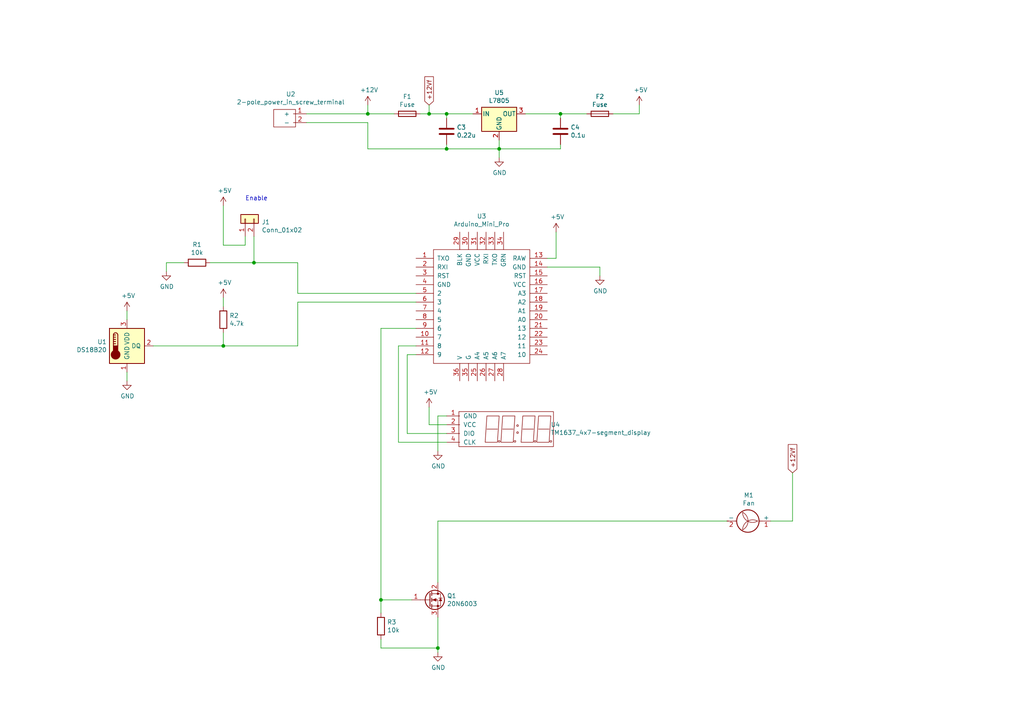
<source format=kicad_sch>
(kicad_sch (version 20211123) (generator eeschema)
  (paper "A4")
  (lib_symbols
    (symbol "Connector_Generic:Conn_01x02" (pin_names (offset 1.016) hide)
      (property "Reference" "J" (at 0 2.54 0))
      (property "Value" "Conn_01x02" (at 0 -5.08 0))
      (symbol "Conn_01x02_1_1"
        (rectangle (start -1.27 -2.413) (end 0 -2.667) (stroke (width 0.1524)))
        (rectangle (start -1.27 0.127) (end 0 -0.127) (stroke (width 0.1524)))
        (rectangle (start -1.27 1.27) (end 1.27 -3.81) (stroke (width 0.254)) (fill (type background)))
        (pin passive line (at -5.08 0 0) (length 3.81) (name "Pin_1") (number "1"))
        (pin passive line (at -5.08 -2.54 0) (length 3.81) (name "Pin_2") (number "2"))
      )
    )
    (symbol "Device:C" (pin_numbers hide) (pin_names (offset 0.254))
      (property "Reference" "C" (at 0.635 2.54 0))
      (property "Value" "C" (at 0.635 -2.54 0))
      (symbol "C_0_1"
        (polyline (pts (xy -2.032 -0.762) (xy 2.032 -0.762)) (stroke (width 0.508)))
        (polyline (pts (xy -2.032 0.762) (xy 2.032 0.762)) (stroke (width 0.508)))
      )
      (symbol "C_1_1"
        (pin passive line (at 0 3.81 270) (length 2.794) (name "~") (number "1"))
        (pin passive line (at 0 -3.81 90) (length 2.794) (name "~") (number "2"))
      )
    )
    (symbol "Device:Fuse" (pin_numbers hide) (pin_names (offset 0))
      (property "Reference" "F" (at 2.032 0 90))
      (property "Value" "Fuse" (at -1.905 0 90))
      (symbol "Fuse_0_1"
        (rectangle (start -0.762 -2.54) (end 0.762 2.54) (stroke (width 0.254)))
        (polyline (pts (xy 0 2.54) (xy 0 -2.54)))
      )
      (symbol "Fuse_1_1"
        (pin passive line (at 0 3.81 270) (length 1.27) (name "~") (number "1"))
        (pin passive line (at 0 -3.81 90) (length 1.27) (name "~") (number "2"))
      )
    )
    (symbol "Device:R" (pin_numbers hide) (pin_names (offset 0))
      (property "Reference" "R" (at 2.032 0 90))
      (property "Value" "R" (at 0 0 90))
      (symbol "R_0_1"
        (rectangle (start -1.016 -2.54) (end 1.016 2.54) (stroke (width 0.254)))
      )
      (symbol "R_1_1"
        (pin passive line (at 0 3.81 270) (length 1.27) (name "~") (number "1"))
        (pin passive line (at 0 -3.81 90) (length 1.27) (name "~") (number "2"))
      )
    )
    (symbol "Motor:Fan" (pin_names (offset 0))
      (property "Reference" "M" (at 2.54 5.08 0))
      (property "Value" "Fan" (at 2.54 -2.54 0))
      (symbol "Fan_0_1"
        (arc (start -2.54 -0.508) (mid 0.0028 0.9121) (end 0 3.81))
        (polyline (pts (xy 0 -5.08) (xy 0 -4.572)))
        (polyline (pts (xy 0 -2.2352) (xy 0 -2.6416)))
        (polyline (pts (xy 0 4.2672) (xy 0 4.6228)))
        (polyline (pts (xy 0 4.572) (xy 0 5.08)))
        (circle (center 0 1.016) (radius 3.2512) (stroke (width 0.254)))
        (arc (start 0 3.81) (mid 0.053 0.921) (end 2.54 -0.508))
        (arc (start 2.54 -0.508) (mid 0 1.0618) (end -2.54 -0.508))
      )
      (symbol "Fan_1_1"
        (pin passive line (at 0 7.62 270) (length 2.54) (name "+") (number "1"))
        (pin passive line (at 0 -5.08 90) (length 2.54) (name "-") (number "2"))
      )
    )
    (symbol "My_Arduino:Arduino_Mini_Pro" (pin_names (offset 1.016))
      (property "Reference" "U" (at 6.35 3.81 0))
      (property "Value" "Arduino_Mini_Pro" (at 1.27 7.62 0))
      (symbol "Arduino_Mini_Pro_0_1"
        (rectangle (start 5.08 2.54) (end 33.02 -30.48))
      )
      (symbol "Arduino_Mini_Pro_1_1"
        (pin output line (at 0 0 0) (length 5.08) (name "TXO") (number "1"))
        (pin bidirectional line (at 0 -22.86 0) (length 5.08) (name "7") (number "10"))
        (pin bidirectional line (at 0 -25.4 0) (length 5.08) (name "8") (number "11"))
        (pin bidirectional line (at 0 -27.94 0) (length 5.08) (name "9") (number "12"))
        (pin power_in line (at 38.1 0 180) (length 5.08) (name "RAW") (number "13"))
        (pin power_in line (at 38.1 -2.54 180) (length 5.08) (name "GND") (number "14"))
        (pin input line (at 38.1 -5.08 180) (length 5.08) (name "RST") (number "15"))
        (pin power_out line (at 38.1 -7.62 180) (length 5.08) (name "VCC") (number "16"))
        (pin bidirectional line (at 38.1 -10.16 180) (length 5.08) (name "A3") (number "17"))
        (pin bidirectional line (at 38.1 -12.7 180) (length 5.08) (name "A2") (number "18"))
        (pin bidirectional line (at 38.1 -15.24 180) (length 5.08) (name "A1") (number "19"))
        (pin input line (at 0 -2.54 0) (length 5.08) (name "RXI") (number "2"))
        (pin bidirectional line (at 38.1 -17.78 180) (length 5.08) (name "A0") (number "20"))
        (pin bidirectional line (at 38.1 -20.32 180) (length 5.08) (name "13") (number "21"))
        (pin bidirectional line (at 38.1 -22.86 180) (length 5.08) (name "12") (number "22"))
        (pin bidirectional line (at 38.1 -25.4 180) (length 5.08) (name "11") (number "23"))
        (pin bidirectional line (at 38.1 -27.94 180) (length 5.08) (name "10") (number "24"))
        (pin bidirectional line (at 17.78 -35.56 90) (length 5.08) (name "A4") (number "25"))
        (pin bidirectional line (at 20.32 -35.56 90) (length 5.08) (name "A5") (number "26"))
        (pin bidirectional line (at 22.86 -35.56 90) (length 5.08) (name "A6") (number "27"))
        (pin bidirectional line (at 25.4 -35.56 90) (length 5.08) (name "A7") (number "28"))
        (pin input line (at 12.7 7.62 270) (length 5.08) (name "BLK") (number "29"))
        (pin input line (at 0 -5.08 0) (length 5.08) (name "RST") (number "3"))
        (pin passive line (at 15.24 7.62 270) (length 5.08) (name "GND") (number "30"))
        (pin power_in line (at 17.78 7.62 270) (length 5.08) (name "VCC") (number "31"))
        (pin input line (at 20.32 7.62 270) (length 5.08) (name "RXI") (number "32"))
        (pin output line (at 22.86 7.62 270) (length 5.08) (name "TXO") (number "33"))
        (pin input line (at 25.4 7.62 270) (length 5.08) (name "GRN") (number "34"))
        (pin passive line (at 15.24 -35.56 90) (length 5.08) (name "G") (number "35"))
        (pin power_out line (at 12.7 -35.56 90) (length 5.08) (name "V") (number "36"))
        (pin passive line (at 0 -7.62 0) (length 5.08) (name "GND") (number "4"))
        (pin bidirectional line (at 0 -10.16 0) (length 5.08) (name "2") (number "5"))
        (pin bidirectional line (at 0 -12.7 0) (length 5.08) (name "3") (number "6"))
        (pin bidirectional line (at 0 -15.24 0) (length 5.08) (name "4") (number "7"))
        (pin bidirectional line (at 0 -17.78 0) (length 5.08) (name "5") (number "8"))
        (pin bidirectional line (at 0 -20.32 0) (length 5.08) (name "6") (number "9"))
      )
    )
    (symbol "My_Parts:2-pole_power_in_screw_terminal" (pin_names (offset 1.016))
      (property "Reference" "U" (at 4.445 3.175 0))
      (property "Value" "2-pole_power_in_screw_terminal" (at 6.35 -5.715 0))
      (symbol "2-pole_power_in_screw_terminal_0_1"
        (rectangle (start 3.175 1.27) (end 9.525 -3.81))
      )
      (symbol "2-pole_power_in_screw_terminal_1_1"
        (pin power_in line (at 0 0 0) (length 3.81) (name "+") (number "1"))
        (pin power_in line (at 0 -2.54 0) (length 3.81) (name "-") (number "2"))
      )
    )
    (symbol "My_Parts:20N6003" (pin_names hide)
      (property "Reference" "Q" (at 5.08 1.905 0))
      (property "Value" "20N6003" (at 5.08 0 0))
      (symbol "20N6003_0_1"
        (polyline (pts (xy 0.254 0) (xy -2.54 0)))
        (polyline (pts (xy 0.254 1.905) (xy 0.254 -1.905)) (stroke (width 0.254)))
        (polyline (pts (xy 0.762 -1.27) (xy 0.762 -2.286)) (stroke (width 0.254)))
        (polyline (pts (xy 0.762 0.508) (xy 0.762 -0.508)) (stroke (width 0.254)))
        (polyline (pts (xy 0.762 2.286) (xy 0.762 1.27)) (stroke (width 0.254)))
        (polyline (pts (xy 2.54 2.54) (xy 2.54 1.778)))
        (polyline (pts (xy 2.794 0.508) (xy 3.81 0.508)))
        (polyline (pts (xy 3.048 -0.254) (xy 3.302 0)))
        (polyline (pts (xy 3.048 -0.254) (xy 3.556 -0.254)))
        (polyline (pts (xy 3.048 -0.254) (xy 3.556 -0.254)))
        (polyline (pts (xy 3.048 0) (xy 3.556 0)))
        (polyline (pts (xy 3.556 -0.254) (xy 3.302 0)))
        (polyline (pts (xy 2.54 -2.54) (xy 2.54 0) (xy 0.762 0)))
        (polyline (pts (xy 3.556 0) (xy 3.302 -0.254) (xy 3.048 -0.254)))
        (polyline (pts (xy 0.762 -1.778) (xy 3.302 -1.778) (xy 3.302 1.778) (xy 0.762 1.778)))
        (polyline (pts (xy 1.016 0) (xy 2.032 0.381) (xy 2.032 -0.381) (xy 1.016 0)) (fill (type outline)))
        (polyline (pts (xy 3.302 0.381) (xy 2.921 -0.254) (xy 3.683 -0.254) (xy 3.302 0.381)))
        (circle (center 1.651 0) (radius 2.794) (stroke (width 0.254)))
        (circle (center 2.54 -1.778) (radius 0.254) (fill (type outline)))
        (circle (center 2.54 1.778) (radius 0.254) (fill (type outline)))
      )
      (symbol "20N6003_1_1"
        (pin input line (at -5.08 0 0) (length 2.54) (name "G") (number "1"))
        (pin passive line (at 2.54 5.08 270) (length 2.54) (name "D") (number "2"))
        (pin passive line (at 2.54 -5.08 90) (length 2.54) (name "S") (number "3"))
      )
    )
    (symbol "My_Parts:TM1637_4x7-segment_display" (pin_names (offset 1.016))
      (property "Reference" "U" (at 4.572 2.54 0))
      (property "Value" "TM1637_4x7-segment_display" (at 15.494 -10.668 0))
      (symbol "TM1637_4x7-segment_display_0_1"
        (polyline (pts (xy 11.684 -3.81) (xy 14.732 -3.81)))
        (polyline (pts (xy 11.684 0) (xy 11.176 -7.62) (xy 14.732 -7.62) (xy 15.24 0) (xy 11.684 0)))
        (rectangle (start 3.556 1.27) (end 30.988 -8.89))
        (circle (center 15.24 -7.366) (radius 0.254))
        (circle (center 20.574 -4.826) (radius 0.254))
        (circle (center 20.574 -2.794) (radius 0.254))
      )
      (symbol "TM1637_4x7-segment_display_1_1"
        (polyline (pts (xy 16.256 -3.81) (xy 19.304 -3.81)))
        (polyline (pts (xy 22.098 -3.81) (xy 25.146 -3.81)))
        (polyline (pts (xy 26.67 -3.81) (xy 29.718 -3.81)))
        (polyline (pts (xy 16.256 0) (xy 15.748 -7.62) (xy 19.304 -7.62) (xy 19.812 0) (xy 16.256 0)))
        (polyline (pts (xy 22.098 0) (xy 21.59 -7.62) (xy 25.146 -7.62) (xy 25.654 0) (xy 22.098 0)))
        (polyline (pts (xy 26.67 0) (xy 26.162 -7.62) (xy 29.718 -7.62) (xy 30.226 0) (xy 26.67 0)))
        (circle (center 19.812 -7.366) (radius 0.254))
        (circle (center 25.654 -7.366) (radius 0.254))
        (circle (center 30.226 -7.366) (radius 0.254))
        (pin input line (at 0 0 0) (length 3.81) (name "GND") (number "1"))
        (pin input line (at 0 -2.54 0) (length 3.81) (name "VCC") (number "2"))
        (pin power_in line (at 0 -5.08 0) (length 3.81) (name "DIO") (number "3"))
        (pin power_in line (at 0 -7.62 0) (length 3.81) (name "CLK") (number "4"))
      )
    )
    (symbol "Regulator_Linear:L7805" (pin_names (offset 0.254))
      (property "Reference" "U" (at -3.81 3.175 0))
      (property "Value" "L7805" (at 0 3.175 0))
      (symbol "L7805_0_1"
        (rectangle (start -5.08 1.905) (end 5.08 -5.08) (stroke (width 0.254)) (fill (type background)))
      )
      (symbol "L7805_1_1"
        (pin power_in line (at -7.62 0 0) (length 2.54) (name "IN") (number "1"))
        (pin power_in line (at 0 -7.62 90) (length 2.54) (name "GND") (number "2"))
        (pin power_out line (at 7.62 0 180) (length 2.54) (name "OUT") (number "3"))
      )
    )
    (symbol "Sensor_Temperature:DS18B20" (pin_names (offset 1.016))
      (property "Reference" "U" (at -3.81 6.35 0))
      (property "Value" "DS18B20" (at 6.35 6.35 0))
      (symbol "DS18B20_0_1"
        (rectangle (start -5.08 5.08) (end 5.08 -5.08) (stroke (width 0.254)) (fill (type background)))
        (circle (center -3.302 -2.54) (radius 1.27) (stroke (width 0.254)) (fill (type outline)))
        (rectangle (start -2.667 -1.905) (end -3.937 0) (stroke (width 0.254)) (fill (type outline)))
        (arc (start -2.667 3.175) (mid -3.302 3.81) (end -3.937 3.175) (stroke (width 0.254)))
        (polyline (pts (xy -3.937 0.635) (xy -3.302 0.635)) (stroke (width 0.254)))
        (polyline (pts (xy -3.937 1.27) (xy -3.302 1.27)) (stroke (width 0.254)))
        (polyline (pts (xy -3.937 1.905) (xy -3.302 1.905)) (stroke (width 0.254)))
        (polyline (pts (xy -3.937 2.54) (xy -3.302 2.54)) (stroke (width 0.254)))
        (polyline (pts (xy -3.937 3.175) (xy -3.937 0)) (stroke (width 0.254)))
        (polyline (pts (xy -3.937 3.175) (xy -3.302 3.175)) (stroke (width 0.254)))
        (polyline (pts (xy -2.667 3.175) (xy -2.667 0)) (stroke (width 0.254)))
      )
      (symbol "DS18B20_1_1"
        (pin power_in line (at 0 -7.62 90) (length 2.54) (name "GND") (number "1"))
        (pin bidirectional line (at 7.62 0 180) (length 2.54) (name "DQ") (number "2"))
        (pin power_in line (at 0 7.62 270) (length 2.54) (name "VDD") (number "3"))
      )
    )
    (symbol "power:+12V" (power) (pin_names (offset 0))
      (property "Value" "+12V" (at 0 3.556 0))
      (symbol "+12V_0_1"
        (polyline (pts (xy -0.762 1.27) (xy 0 2.54)))
        (polyline (pts (xy 0 0) (xy 0 2.54)))
        (polyline (pts (xy 0 2.54) (xy 0.762 1.27)))
      )
      (symbol "+12V_1_1"
        (pin power_in line (at 0 0 90) (length 0) hide (name "+12V") (number "1"))
      )
    )
    (symbol "power:+5V" (power) (pin_names (offset 0))
      (property "Value" "+5V" (at 0 3.556 0))
      (symbol "+5V_0_1"
        (polyline (pts (xy -0.762 1.27) (xy 0 2.54)))
        (polyline (pts (xy 0 0) (xy 0 2.54)))
        (polyline (pts (xy 0 2.54) (xy 0.762 1.27)))
      )
      (symbol "+5V_1_1"
        (pin power_in line (at 0 0 90) (length 0) hide (name "+5V") (number "1"))
      )
    )
    (symbol "power:GND" (power) (pin_names (offset 0))
      (property "Value" "GND" (at 0 -3.81 0))
      (symbol "GND_0_1"
        (polyline (pts (xy 0 0) (xy 0 -1.27) (xy 1.27 -1.27) (xy 0 -2.54) (xy -1.27 -1.27) (xy 0 -1.27)))
      )
      (symbol "GND_1_1"
        (pin power_in line (at 0 0 270) (length 0) hide (name "GND") (number "1"))
      )
    )
  )
  (junction (at 129.54 33.02))
  (junction (at 73.66 76.2))
  (junction (at 64.77 100.33))
  (junction (at 110.49 173.99))
  (junction (at 106.68 33.02))
  (junction (at 129.54 43.18))
  (junction (at 144.78 43.18))
  (junction (at 124.46 33.02))
  (junction (at 127 187.96))
  (junction (at 162.56 33.02))
  (wire (pts (xy 144.78 43.18) (xy 144.78 45.72)))
  (wire (pts (xy 170.18 33.02) (xy 162.56 33.02)))
  (wire (pts (xy 229.87 151.13) (xy 229.87 137.16)))
  (wire (pts (xy 64.77 96.52) (xy 64.77 100.33)))
  (wire (pts (xy 162.56 33.02) (xy 162.56 34.29)))
  (wire (pts (xy 173.99 77.47) (xy 173.99 80.01)))
  (wire (pts (xy 86.36 76.2) (xy 73.66 76.2)))
  (wire (pts (xy 129.54 120.65) (xy 127 120.65)))
  (wire (pts (xy 127 120.65) (xy 127 130.81)))
  (wire (pts (xy 144.78 43.18) (xy 129.54 43.18)))
  (wire (pts (xy 110.49 95.25) (xy 120.65 95.25)))
  (wire (pts (xy 64.77 100.33) (xy 44.45 100.33)))
  (wire (pts (xy 152.4 33.02) (xy 162.56 33.02)))
  (wire (pts (xy 86.36 87.63) (xy 86.36 100.33)))
  (wire (pts (xy 110.49 173.99) (xy 110.49 95.25)))
  (wire (pts (xy 114.3 33.02) (xy 106.68 33.02)))
  (wire (pts (xy 185.42 33.02) (xy 185.42 30.48)))
  (wire (pts (xy 185.42 33.02) (xy 177.8 33.02)))
  (wire (pts (xy 118.11 125.73) (xy 118.11 102.87)))
  (wire (pts (xy 110.49 187.96) (xy 127 187.96)))
  (wire (pts (xy 162.56 43.18) (xy 162.56 41.91)))
  (wire (pts (xy 129.54 128.27) (xy 115.57 128.27)))
  (wire (pts (xy 36.83 92.71) (xy 36.83 90.17)))
  (wire (pts (xy 48.26 76.2) (xy 53.34 76.2)))
  (wire (pts (xy 129.54 41.91) (xy 129.54 43.18)))
  (wire (pts (xy 127 151.13) (xy 210.82 151.13)))
  (wire (pts (xy 144.78 43.18) (xy 162.56 43.18)))
  (wire (pts (xy 115.57 100.33) (xy 120.65 100.33)))
  (wire (pts (xy 127 168.91) (xy 127 151.13)))
  (wire (pts (xy 86.36 85.09) (xy 86.36 76.2)))
  (wire (pts (xy 129.54 34.29) (xy 129.54 33.02)))
  (wire (pts (xy 120.65 87.63) (xy 86.36 87.63)))
  (wire (pts (xy 127 179.07) (xy 127 187.96)))
  (wire (pts (xy 161.29 74.93) (xy 161.29 67.31)))
  (wire (pts (xy 86.36 100.33) (xy 64.77 100.33)))
  (wire (pts (xy 118.11 102.87) (xy 120.65 102.87)))
  (wire (pts (xy 71.12 71.12) (xy 64.77 71.12)))
  (wire (pts (xy 106.68 35.56) (xy 88.9 35.56)))
  (wire (pts (xy 106.68 33.02) (xy 106.68 30.48)))
  (wire (pts (xy 106.68 43.18) (xy 106.68 35.56)))
  (wire (pts (xy 158.75 74.93) (xy 161.29 74.93)))
  (wire (pts (xy 124.46 123.19) (xy 124.46 118.11)))
  (wire (pts (xy 144.78 40.64) (xy 144.78 43.18)))
  (wire (pts (xy 124.46 33.02) (xy 121.92 33.02)))
  (wire (pts (xy 129.54 43.18) (xy 106.68 43.18)))
  (wire (pts (xy 110.49 173.99) (xy 110.49 177.8)))
  (wire (pts (xy 36.83 107.95) (xy 36.83 110.49)))
  (wire (pts (xy 129.54 123.19) (xy 124.46 123.19)))
  (wire (pts (xy 158.75 77.47) (xy 173.99 77.47)))
  (wire (pts (xy 127 187.96) (xy 127 189.23)))
  (wire (pts (xy 64.77 71.12) (xy 64.77 59.69)))
  (wire (pts (xy 137.16 33.02) (xy 129.54 33.02)))
  (wire (pts (xy 119.38 173.99) (xy 110.49 173.99)))
  (wire (pts (xy 120.65 85.09) (xy 86.36 85.09)))
  (wire (pts (xy 118.11 125.73) (xy 129.54 125.73)))
  (wire (pts (xy 129.54 33.02) (xy 124.46 33.02)))
  (wire (pts (xy 110.49 185.42) (xy 110.49 187.96)))
  (wire (pts (xy 48.26 76.2) (xy 48.26 78.74)))
  (wire (pts (xy 64.77 88.9) (xy 64.77 86.36)))
  (wire (pts (xy 106.68 33.02) (xy 88.9 33.02)))
  (wire (pts (xy 71.12 68.58) (xy 71.12 71.12)))
  (wire (pts (xy 73.66 76.2) (xy 60.96 76.2)))
  (wire (pts (xy 115.57 128.27) (xy 115.57 100.33)))
  (wire (pts (xy 124.46 33.02) (xy 124.46 30.48)))
  (wire (pts (xy 73.66 76.2) (xy 73.66 68.58)))
  (wire (pts (xy 229.87 151.13) (xy 223.52 151.13)))
  (text "Enable" (at 71.12 58.42 0) (effects (font (size 1.27 1.27)) (justify left bottom)))
  (global_label "+12Vf" (shape input) (at 229.87 137.16 90) (property "Intersheet References" "${INTERSHEET_REFS}" (effects hide)))
  (global_label "+12Vf" (shape input) (at 124.46 30.48 90) (property "Intersheet References" "${INTERSHEET_REFS}" (effects hide)))
  (symbol (lib_id "My_Arduino:Arduino_Mini_Pro") (at 120.65 74.93 0) (unit 1)
    (property "Reference" "U3" (at 139.7 62.7126 0))
    (property "Value" "Arduino_Mini_Pro" (at 139.7 65.024 0))
    (property "Footprint" "My_Arduino:Arduino_Pro_Mini_vC_larger_pads" (effects hide))
  )
  (symbol (lib_id "Regulator_Linear:L7805") (at 144.78 33.02 0) (unit 1)
    (property "Reference" "U5" (at 144.78 26.8732 0))
    (property "Value" "L7805" (at 144.78 29.1846 0))
    (property "Footprint" "My_Parts:LM7805_TO-220-3_Vertical_larger" (effects hide))
    (property "Datasheet" "http://www.st.com/content/ccc/resource/technical/document/datasheet/41/4f/b3/b0/12/d4/47/88/CD00000444.pdf/files/CD00000444.pdf/jcr:content/translations/en.CD00000444.pdf" (effects hide))
  )
  (symbol (lib_id "power:+12V") (at 106.68 30.48 0) (unit 1)
    (property "Reference" "#PWR05" (effects hide))
    (property "Value" "+12V" (at 107.061 26.0858 0))
  )
  (symbol (lib_id "power:GND") (at 144.78 45.72 0) (unit 1)
    (property "Reference" "#PWR09" (effects hide))
    (property "Value" "GND" (at 144.907 50.1142 0))
  )
  (symbol (lib_id "Device:C") (at 129.54 38.1 0) (unit 1)
    (property "Reference" "C3" (at 132.461 36.9316 0) (effects (justify left)))
    (property "Value" "0.22u" (at 132.461 39.243 0) (effects (justify left)))
    (property "Footprint" "My_Misc:C_Disc_D7.5mm_W2.5mm_P5.00mm_larger" (effects hide))
  )
  (symbol (lib_id "Device:C") (at 162.56 38.1 0) (unit 1)
    (property "Reference" "C4" (at 165.481 36.9316 0) (effects (justify left)))
    (property "Value" "0.1u" (at 165.481 39.243 0) (effects (justify left)))
    (property "Footprint" "My_Misc:C_Disc_D7.5mm_W2.5mm_P5.00mm_larger" (effects hide))
  )
  (symbol (lib_id "power:+5V") (at 185.42 30.48 0) (unit 1)
    (property "Reference" "#PWR012" (effects hide))
    (property "Value" "+5V" (at 185.801 26.0858 0))
  )
  (symbol (lib_id "power:+5V") (at 161.29 67.31 0) (unit 1)
    (property "Reference" "#PWR010" (effects hide))
    (property "Value" "+5V" (at 161.671 62.9158 0))
  )
  (symbol (lib_id "power:GND") (at 173.99 80.01 0) (unit 1)
    (property "Reference" "#PWR011" (effects hide))
    (property "Value" "GND" (at 174.117 84.4042 0))
  )
  (symbol (lib_id "Device:Fuse") (at 118.11 33.02 90) (unit 1)
    (property "Reference" "F1" (at 118.11 28.0162 90))
    (property "Value" "Fuse" (at 118.11 30.3276 90))
    (property "Footprint" "My_Headers:2-pin_Fuse_header_large" (effects hide))
  )
  (symbol (lib_id "Device:Fuse") (at 173.99 33.02 270) (unit 1)
    (property "Reference" "F2" (at 173.99 28.0162 90))
    (property "Value" "Fuse" (at 173.99 30.3276 90))
    (property "Footprint" "My_Headers:2-pin_Fuse_header_large" (effects hide))
  )
  (symbol (lib_id "Device:R") (at 110.49 181.61 0) (unit 1)
    (property "Reference" "R3" (at 112.268 180.4416 0) (effects (justify left)))
    (property "Value" "10k" (at 112.268 182.753 0) (effects (justify left)))
    (property "Footprint" "My_Misc:R_Axial_DIN0207_L6.3mm_D2.5mm_P10.16mm_Horizontal_larger_pads" (effects hide))
  )
  (symbol (lib_id "My_Parts:TM1637_4x7-segment_display") (at 129.54 120.65 0) (unit 1)
    (property "Reference" "U4" (at 159.7152 123.1646 0) (effects (justify left)))
    (property "Value" "TM1637_4x7-segment_display" (at 159.7152 125.476 0) (effects (justify left)))
    (property "Footprint" "My_Headers:4-pin_TM1637_header_large" (effects hide))
  )
  (symbol (lib_id "power:GND") (at 127 130.81 0) (unit 1)
    (property "Reference" "#PWR07" (effects hide))
    (property "Value" "GND" (at 127.127 135.2042 0))
  )
  (symbol (lib_id "power:+5V") (at 124.46 118.11 0) (unit 1)
    (property "Reference" "#PWR06" (effects hide))
    (property "Value" "+5V" (at 124.841 113.7158 0))
  )
  (symbol (lib_id "My_Parts:20N6003") (at 124.46 173.99 0) (unit 1)
    (property "Reference" "Q1" (at 129.6416 172.8216 0) (effects (justify left)))
    (property "Value" "20N6003" (at 129.6416 175.133 0) (effects (justify left)))
    (property "Footprint" "My_Misc:TO-220-3_Vertical_larger" (effects hide))
  )
  (symbol (lib_id "power:GND") (at 127 189.23 0) (unit 1)
    (property "Reference" "#PWR08" (effects hide))
    (property "Value" "GND" (at 127.127 193.6242 0))
  )
  (symbol (lib_id "My_Parts:2-pole_power_in_screw_terminal") (at 88.9 33.02 0) (mirror y) (unit 1)
    (property "Reference" "U2" (at 84.328 27.305 0))
    (property "Value" "2-pole_power_in_screw_terminal" (at 84.328 29.6164 0))
    (property "Footprint" "My_Parts:2-pole_power_in_screw_terminal" (effects hide))
  )
  (symbol (lib_id "Motor:Fan") (at 215.9 151.13 270) (unit 1)
    (property "Reference" "M1" (at 217.17 143.637 90))
    (property "Value" "Fan" (at 217.17 145.9484 90))
    (property "Footprint" "My_Parts:2-pole_Fan_power_screw_terminal" (effects hide))
  )
  (symbol (lib_id "Connector_Generic:Conn_01x02") (at 71.12 63.5 90) (unit 1)
    (property "Reference" "J1" (at 75.8952 64.4144 90) (effects (justify right)))
    (property "Value" "Conn_01x02" (at 75.8952 66.7258 90) (effects (justify right)))
    (property "Footprint" "My_Headers:2-pin_enable_header_large" (effects hide))
  )
  (symbol (lib_id "power:+5V") (at 64.77 59.69 0) (unit 1)
    (property "Reference" "#PWR04" (effects hide))
    (property "Value" "+5V" (at 65.151 55.2958 0))
  )
  (symbol (lib_id "Device:R") (at 57.15 76.2 270) (unit 1)
    (property "Reference" "R1" (at 57.15 70.9422 90))
    (property "Value" "10k" (at 57.15 73.2536 90))
    (property "Footprint" "My_Misc:R_Axial_DIN0207_L6.3mm_D2.5mm_P10.16mm_Horizontal_larger_pads" (effects hide))
  )
  (symbol (lib_id "power:GND") (at 48.26 78.74 0) (unit 1)
    (property "Reference" "#PWR03" (effects hide))
    (property "Value" "GND" (at 48.387 83.1342 0))
  )
  (symbol (lib_id "Sensor_Temperature:DS18B20") (at 36.83 100.33 0) (unit 1)
    (property "Reference" "U1" (at 30.988 99.1616 0) (effects (justify right)))
    (property "Value" "DS18B20" (at 30.988 101.473 0) (effects (justify right)))
    (property "Footprint" "My_Parts:3-pole_DS18B20_screw_terminal" (effects hide))
    (property "Datasheet" "http://datasheets.maximintegrated.com/en/ds/DS18B20.pdf" (effects hide))
  )
  (symbol (lib_id "power:+5V") (at 36.83 90.17 0) (unit 1)
    (property "Reference" "#PWR01" (effects hide))
    (property "Value" "+5V" (at 37.211 85.7758 0))
  )
  (symbol (lib_id "power:GND") (at 36.83 110.49 0) (unit 1)
    (property "Reference" "#PWR02" (effects hide))
    (property "Value" "GND" (at 36.957 114.8842 0))
  )
  (symbol (lib_id "Device:R") (at 64.77 92.71 0) (unit 1)
    (property "Reference" "R2" (at 66.548 91.5416 0) (effects (justify left)))
    (property "Value" "4.7k" (at 66.548 93.853 0) (effects (justify left)))
    (property "Footprint" "My_Misc:R_Axial_DIN0207_L6.3mm_D2.5mm_P10.16mm_Horizontal_larger_pads" (effects hide))
  )
  (symbol (lib_id "power:+5V") (at 64.77 86.36 0) (unit 1)
    (property "Reference" "#PWR013" (effects hide))
    (property "Value" "+5V" (at 65.151 81.9658 0))
  )
)
</source>
